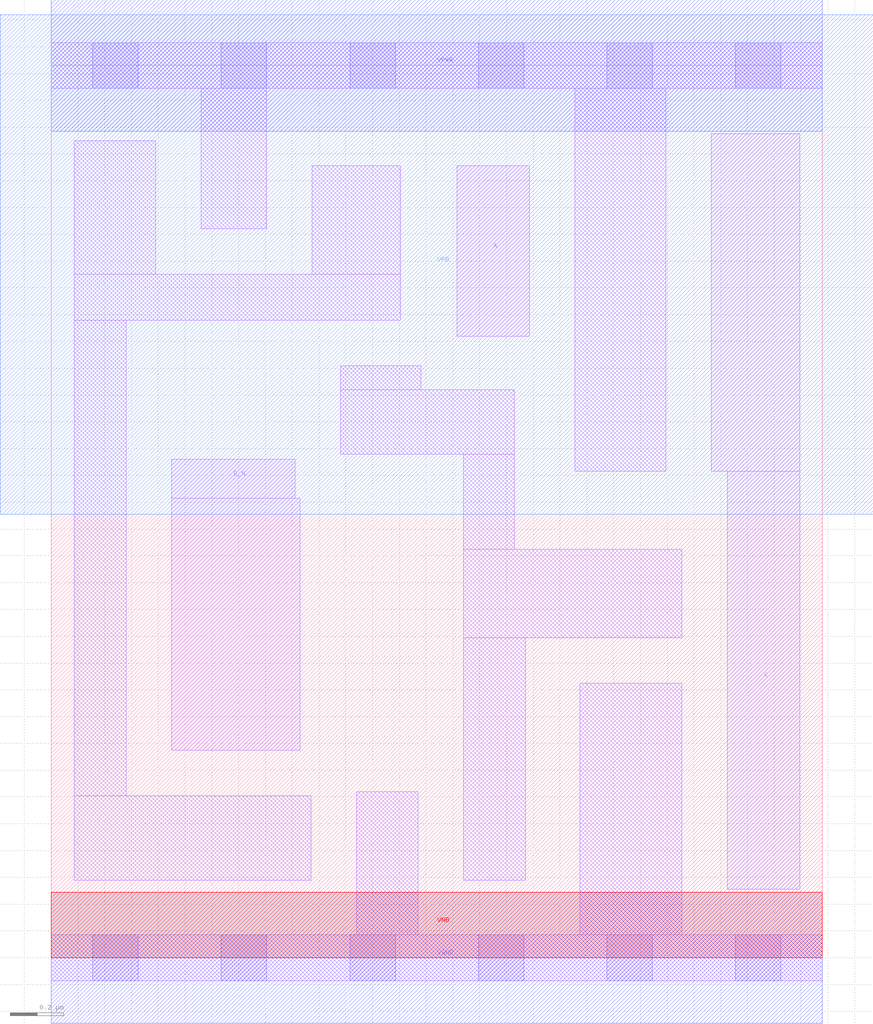
<source format=lef>
# Copyright 2020 The SkyWater PDK Authors
#
# Licensed under the Apache License, Version 2.0 (the "License");
# you may not use this file except in compliance with the License.
# You may obtain a copy of the License at
#
#     https://www.apache.org/licenses/LICENSE-2.0
#
# Unless required by applicable law or agreed to in writing, software
# distributed under the License is distributed on an "AS IS" BASIS,
# WITHOUT WARRANTIES OR CONDITIONS OF ANY KIND, either express or implied.
# See the License for the specific language governing permissions and
# limitations under the License.
#
# SPDX-License-Identifier: Apache-2.0

VERSION 5.7 ;
  NOWIREEXTENSIONATPIN ON ;
  DIVIDERCHAR "/" ;
  BUSBITCHARS "[]" ;
MACRO sky130_fd_sc_lp__or2b_1
  CLASS CORE ;
  FOREIGN sky130_fd_sc_lp__or2b_1 ;
  ORIGIN  0.000000  0.000000 ;
  SIZE  2.880000 BY  3.330000 ;
  SYMMETRY X Y R90 ;
  SITE unit ;
  PIN A
    ANTENNAGATEAREA  0.126000 ;
    DIRECTION INPUT ;
    USE SIGNAL ;
    PORT
      LAYER li1 ;
        RECT 1.515000 2.320000 1.785000 2.955000 ;
    END
  END A
  PIN B_N
    ANTENNAGATEAREA  0.126000 ;
    DIRECTION INPUT ;
    USE SIGNAL ;
    PORT
      LAYER li1 ;
        RECT 0.450000 0.775000 0.930000 1.715000 ;
        RECT 0.450000 1.715000 0.910000 1.860000 ;
    END
  END B_N
  PIN X
    ANTENNADIFFAREA  0.556500 ;
    DIRECTION OUTPUT ;
    USE SIGNAL ;
    PORT
      LAYER li1 ;
        RECT 2.465000 1.815000 2.795000 3.075000 ;
        RECT 2.525000 0.255000 2.795000 1.815000 ;
    END
  END X
  PIN VGND
    DIRECTION INOUT ;
    USE GROUND ;
    PORT
      LAYER met1 ;
        RECT 0.000000 -0.245000 2.880000 0.245000 ;
    END
  END VGND
  PIN VNB
    DIRECTION INOUT ;
    USE GROUND ;
    PORT
      LAYER pwell ;
        RECT 0.000000 0.000000 2.880000 0.245000 ;
    END
  END VNB
  PIN VPB
    DIRECTION INOUT ;
    USE POWER ;
    PORT
      LAYER nwell ;
        RECT -0.190000 1.655000 3.070000 3.520000 ;
    END
  END VPB
  PIN VPWR
    DIRECTION INOUT ;
    USE POWER ;
    PORT
      LAYER met1 ;
        RECT 0.000000 3.085000 2.880000 3.575000 ;
    END
  END VPWR
  OBS
    LAYER li1 ;
      RECT 0.000000 -0.085000 2.880000 0.085000 ;
      RECT 0.000000  3.245000 2.880000 3.415000 ;
      RECT 0.085000  0.290000 0.970000 0.605000 ;
      RECT 0.085000  0.605000 0.280000 2.380000 ;
      RECT 0.085000  2.380000 1.305000 2.550000 ;
      RECT 0.085000  2.550000 0.390000 3.050000 ;
      RECT 0.560000  2.720000 0.805000 3.245000 ;
      RECT 0.975000  2.550000 1.305000 2.955000 ;
      RECT 1.080000  1.880000 1.730000 2.120000 ;
      RECT 1.080000  2.120000 1.380000 2.210000 ;
      RECT 1.140000  0.085000 1.370000 0.620000 ;
      RECT 1.540000  0.290000 1.770000 1.195000 ;
      RECT 1.540000  1.195000 2.355000 1.525000 ;
      RECT 1.540000  1.525000 1.730000 1.880000 ;
      RECT 1.955000  1.815000 2.295000 3.245000 ;
      RECT 1.975000  0.085000 2.355000 1.025000 ;
    LAYER mcon ;
      RECT 0.155000 -0.085000 0.325000 0.085000 ;
      RECT 0.155000  3.245000 0.325000 3.415000 ;
      RECT 0.635000 -0.085000 0.805000 0.085000 ;
      RECT 0.635000  3.245000 0.805000 3.415000 ;
      RECT 1.115000 -0.085000 1.285000 0.085000 ;
      RECT 1.115000  3.245000 1.285000 3.415000 ;
      RECT 1.595000 -0.085000 1.765000 0.085000 ;
      RECT 1.595000  3.245000 1.765000 3.415000 ;
      RECT 2.075000 -0.085000 2.245000 0.085000 ;
      RECT 2.075000  3.245000 2.245000 3.415000 ;
      RECT 2.555000 -0.085000 2.725000 0.085000 ;
      RECT 2.555000  3.245000 2.725000 3.415000 ;
  END
END sky130_fd_sc_lp__or2b_1
END LIBRARY

</source>
